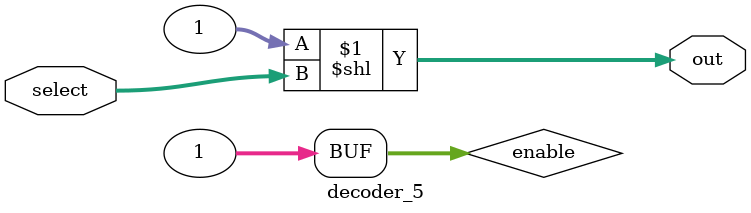
<source format=v>
module decoder_5(out, select);

    output [31:0] out;
    input [4:0] select;
    wire [31:0] enable;
    assign enable = 1;

    assign out = enable << select;

endmodule
</source>
